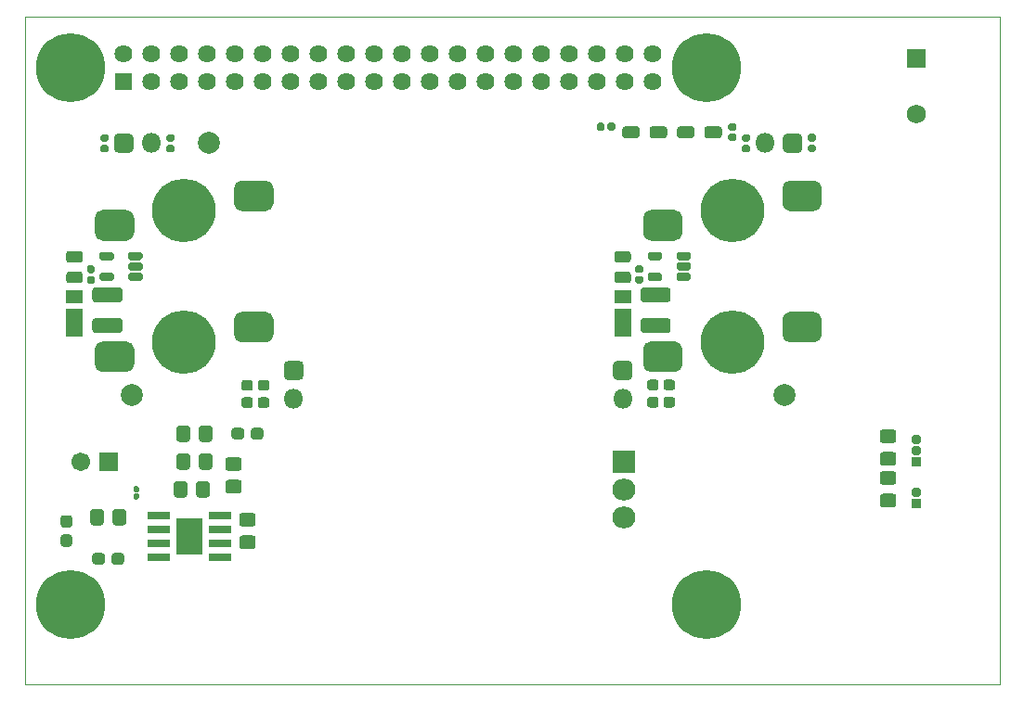
<source format=gbr>
%TF.GenerationSoftware,KiCad,Pcbnew,(5.1.6)-1*%
%TF.CreationDate,2020-10-25T21:11:49+03:00*%
%TF.ProjectId,ledboard,6c656462-6f61-4726-942e-6b696361645f,v0.4.0*%
%TF.SameCoordinates,Original*%
%TF.FileFunction,Soldermask,Top*%
%TF.FilePolarity,Negative*%
%FSLAX46Y46*%
G04 Gerber Fmt 4.6, Leading zero omitted, Abs format (unit mm)*
G04 Created by KiCad (PCBNEW (5.1.6)-1) date 2020-10-25 21:11:49*
%MOMM*%
%LPD*%
G01*
G04 APERTURE LIST*
%TA.AperFunction,Profile*%
%ADD10C,0.050000*%
%TD*%
%ADD11C,1.751600*%
%ADD12R,1.751600X1.751600*%
%ADD13C,6.301600*%
%ADD14R,1.625600X1.625600*%
%ADD15C,1.625600*%
%ADD16O,2.101600X2.006600*%
%ADD17R,2.101600X2.006600*%
%ADD18O,0.951600X0.951600*%
%ADD19R,0.951600X0.951600*%
%ADD20R,1.306600X1.651600*%
%ADD21R,2.011600X0.711600*%
%ADD22C,1.701600*%
%ADD23R,1.701600X1.701600*%
%ADD24C,2.000000*%
%ADD25C,5.801600*%
%ADD26R,1.601600X2.501600*%
%ADD27R,1.601600X1.151600*%
%ADD28O,1.801600X1.801600*%
G04 APERTURE END LIST*
D10*
X119360000Y-91630000D02*
X119360000Y-30670000D01*
X30460000Y-91630000D02*
X119360000Y-91630000D01*
X30460000Y-30670000D02*
X30460000Y-91630000D01*
X119360000Y-30670000D02*
X30460000Y-30670000D01*
D11*
%TO.C,J8*%
X111740000Y-39560000D03*
D12*
X111740000Y-34480000D03*
%TD*%
D13*
%TO.C,U4*%
X34640000Y-84380000D03*
X92640000Y-84380000D03*
X92640000Y-35380000D03*
X34640000Y-35380000D03*
D14*
X39510000Y-36650000D03*
D15*
X42050000Y-36650000D03*
X44590000Y-36650000D03*
X47130000Y-36650000D03*
X49670000Y-36650000D03*
X52210000Y-36650000D03*
X39510000Y-34110000D03*
X42050000Y-34110000D03*
X44590000Y-34110000D03*
X47130000Y-34110000D03*
X49670000Y-34110000D03*
X52210000Y-34110000D03*
X54750000Y-36650000D03*
X54750000Y-34110000D03*
X57290000Y-36650000D03*
X59830000Y-36650000D03*
X62370000Y-36650000D03*
X64910000Y-36650000D03*
X67450000Y-36650000D03*
X69990000Y-36650000D03*
X57290000Y-34110000D03*
X59830000Y-34110000D03*
X62370000Y-34110000D03*
X64910000Y-34110000D03*
X67450000Y-34110000D03*
X69990000Y-34110000D03*
X72530000Y-36650000D03*
X72530000Y-34110000D03*
X75070000Y-36650000D03*
X77610000Y-36650000D03*
X80150000Y-36650000D03*
X82690000Y-36650000D03*
X85230000Y-36650000D03*
X87770000Y-36650000D03*
X75070000Y-34110000D03*
X77610000Y-34110000D03*
X80150000Y-34110000D03*
X82690000Y-34110000D03*
X85230000Y-34110000D03*
X87770000Y-34110000D03*
%TD*%
%TO.C,R13*%
G36*
G01*
X108721286Y-70439200D02*
X109678714Y-70439200D01*
G75*
G02*
X109950800Y-70711286I0J-272086D01*
G01*
X109950800Y-71418714D01*
G75*
G02*
X109678714Y-71690800I-272086J0D01*
G01*
X108721286Y-71690800D01*
G75*
G02*
X108449200Y-71418714I0J272086D01*
G01*
X108449200Y-70711286D01*
G75*
G02*
X108721286Y-70439200I272086J0D01*
G01*
G37*
G36*
G01*
X108721286Y-68389200D02*
X109678714Y-68389200D01*
G75*
G02*
X109950800Y-68661286I0J-272086D01*
G01*
X109950800Y-69368714D01*
G75*
G02*
X109678714Y-69640800I-272086J0D01*
G01*
X108721286Y-69640800D01*
G75*
G02*
X108449200Y-69368714I0J272086D01*
G01*
X108449200Y-68661286D01*
G75*
G02*
X108721286Y-68389200I272086J0D01*
G01*
G37*
%TD*%
%TO.C,R12*%
G36*
G01*
X109678714Y-73450800D02*
X108721286Y-73450800D01*
G75*
G02*
X108449200Y-73178714I0J272086D01*
G01*
X108449200Y-72471286D01*
G75*
G02*
X108721286Y-72199200I272086J0D01*
G01*
X109678714Y-72199200D01*
G75*
G02*
X109950800Y-72471286I0J-272086D01*
G01*
X109950800Y-73178714D01*
G75*
G02*
X109678714Y-73450800I-272086J0D01*
G01*
G37*
G36*
G01*
X109678714Y-75500800D02*
X108721286Y-75500800D01*
G75*
G02*
X108449200Y-75228714I0J272086D01*
G01*
X108449200Y-74521286D01*
G75*
G02*
X108721286Y-74249200I272086J0D01*
G01*
X109678714Y-74249200D01*
G75*
G02*
X109950800Y-74521286I0J-272086D01*
G01*
X109950800Y-75228714D01*
G75*
G02*
X109678714Y-75500800I-272086J0D01*
G01*
G37*
%TD*%
D16*
%TO.C,M1*%
X85070000Y-76390000D03*
X85070000Y-73850000D03*
D17*
X85070000Y-71310000D03*
%TD*%
D18*
%TO.C,J6*%
X111740000Y-74120000D03*
D19*
X111740000Y-75120000D03*
%TD*%
D20*
%TO.C,U3*%
X46062500Y-78930000D03*
X46062500Y-77380000D03*
X44857500Y-78930000D03*
X44857500Y-77380000D03*
D21*
X42680000Y-80060000D03*
X42680000Y-78790000D03*
X42680000Y-77520000D03*
X42680000Y-76250000D03*
X48240000Y-76250000D03*
X48240000Y-77520000D03*
X48240000Y-78790000D03*
X48240000Y-80060000D03*
%TD*%
%TO.C,R11*%
G36*
G01*
X38379200Y-80462900D02*
X38379200Y-79937100D01*
G75*
G02*
X38642100Y-79674200I262900J0D01*
G01*
X39267900Y-79674200D01*
G75*
G02*
X39530800Y-79937100I0J-262900D01*
G01*
X39530800Y-80462900D01*
G75*
G02*
X39267900Y-80725800I-262900J0D01*
G01*
X38642100Y-80725800D01*
G75*
G02*
X38379200Y-80462900I0J262900D01*
G01*
G37*
G36*
G01*
X36629200Y-80462900D02*
X36629200Y-79937100D01*
G75*
G02*
X36892100Y-79674200I262900J0D01*
G01*
X37517900Y-79674200D01*
G75*
G02*
X37780800Y-79937100I0J-262900D01*
G01*
X37780800Y-80462900D01*
G75*
G02*
X37517900Y-80725800I-262900J0D01*
G01*
X36892100Y-80725800D01*
G75*
G02*
X36629200Y-80462900I0J262900D01*
G01*
G37*
%TD*%
%TO.C,R10*%
G36*
G01*
X34007100Y-77959200D02*
X34532900Y-77959200D01*
G75*
G02*
X34795800Y-78222100I0J-262900D01*
G01*
X34795800Y-78847900D01*
G75*
G02*
X34532900Y-79110800I-262900J0D01*
G01*
X34007100Y-79110800D01*
G75*
G02*
X33744200Y-78847900I0J262900D01*
G01*
X33744200Y-78222100D01*
G75*
G02*
X34007100Y-77959200I262900J0D01*
G01*
G37*
G36*
G01*
X34007100Y-76209200D02*
X34532900Y-76209200D01*
G75*
G02*
X34795800Y-76472100I0J-262900D01*
G01*
X34795800Y-77097900D01*
G75*
G02*
X34532900Y-77360800I-262900J0D01*
G01*
X34007100Y-77360800D01*
G75*
G02*
X33744200Y-77097900I0J262900D01*
G01*
X33744200Y-76472100D01*
G75*
G02*
X34007100Y-76209200I262900J0D01*
G01*
G37*
%TD*%
%TO.C,R9*%
G36*
G01*
X45300800Y-73371286D02*
X45300800Y-74328714D01*
G75*
G02*
X45028714Y-74600800I-272086J0D01*
G01*
X44321286Y-74600800D01*
G75*
G02*
X44049200Y-74328714I0J272086D01*
G01*
X44049200Y-73371286D01*
G75*
G02*
X44321286Y-73099200I272086J0D01*
G01*
X45028714Y-73099200D01*
G75*
G02*
X45300800Y-73371286I0J-272086D01*
G01*
G37*
G36*
G01*
X47350800Y-73371286D02*
X47350800Y-74328714D01*
G75*
G02*
X47078714Y-74600800I-272086J0D01*
G01*
X46371286Y-74600800D01*
G75*
G02*
X46099200Y-74328714I0J272086D01*
G01*
X46099200Y-73371286D01*
G75*
G02*
X46371286Y-73099200I272086J0D01*
G01*
X47078714Y-73099200D01*
G75*
G02*
X47350800Y-73371286I0J-272086D01*
G01*
G37*
%TD*%
%TO.C,L3*%
G36*
G01*
X40494600Y-74209200D02*
X40745400Y-74209200D01*
G75*
G02*
X40870800Y-74334600I0J-125400D01*
G01*
X40870800Y-74645400D01*
G75*
G02*
X40745400Y-74770800I-125400J0D01*
G01*
X40494600Y-74770800D01*
G75*
G02*
X40369200Y-74645400I0J125400D01*
G01*
X40369200Y-74334600D01*
G75*
G02*
X40494600Y-74209200I125400J0D01*
G01*
G37*
G36*
G01*
X40494600Y-73569200D02*
X40745400Y-73569200D01*
G75*
G02*
X40870800Y-73694600I0J-125400D01*
G01*
X40870800Y-74005400D01*
G75*
G02*
X40745400Y-74130800I-125400J0D01*
G01*
X40494600Y-74130800D01*
G75*
G02*
X40369200Y-74005400I0J125400D01*
G01*
X40369200Y-73694600D01*
G75*
G02*
X40494600Y-73569200I125400J0D01*
G01*
G37*
%TD*%
D18*
%TO.C,J5*%
X111740000Y-69310000D03*
X111740000Y-70310000D03*
D19*
X111740000Y-71310000D03*
%TD*%
%TO.C,D9*%
G36*
G01*
X51079200Y-69032900D02*
X51079200Y-68507100D01*
G75*
G02*
X51342100Y-68244200I262900J0D01*
G01*
X51967900Y-68244200D01*
G75*
G02*
X52230800Y-68507100I0J-262900D01*
G01*
X52230800Y-69032900D01*
G75*
G02*
X51967900Y-69295800I-262900J0D01*
G01*
X51342100Y-69295800D01*
G75*
G02*
X51079200Y-69032900I0J262900D01*
G01*
G37*
G36*
G01*
X49329200Y-69032900D02*
X49329200Y-68507100D01*
G75*
G02*
X49592100Y-68244200I262900J0D01*
G01*
X50217900Y-68244200D01*
G75*
G02*
X50480800Y-68507100I0J-262900D01*
G01*
X50480800Y-69032900D01*
G75*
G02*
X50217900Y-69295800I-262900J0D01*
G01*
X49592100Y-69295800D01*
G75*
G02*
X49329200Y-69032900I0J262900D01*
G01*
G37*
%TD*%
D22*
%TO.C,C12*%
X35580000Y-71310000D03*
D23*
X38080000Y-71310000D03*
%TD*%
%TO.C,C11*%
G36*
G01*
X50301286Y-78059200D02*
X51258714Y-78059200D01*
G75*
G02*
X51530800Y-78331286I0J-272086D01*
G01*
X51530800Y-79038714D01*
G75*
G02*
X51258714Y-79310800I-272086J0D01*
G01*
X50301286Y-79310800D01*
G75*
G02*
X50029200Y-79038714I0J272086D01*
G01*
X50029200Y-78331286D01*
G75*
G02*
X50301286Y-78059200I272086J0D01*
G01*
G37*
G36*
G01*
X50301286Y-76009200D02*
X51258714Y-76009200D01*
G75*
G02*
X51530800Y-76281286I0J-272086D01*
G01*
X51530800Y-76988714D01*
G75*
G02*
X51258714Y-77260800I-272086J0D01*
G01*
X50301286Y-77260800D01*
G75*
G02*
X50029200Y-76988714I0J272086D01*
G01*
X50029200Y-76281286D01*
G75*
G02*
X50301286Y-76009200I272086J0D01*
G01*
G37*
%TD*%
%TO.C,C10*%
G36*
G01*
X37680800Y-75911286D02*
X37680800Y-76868714D01*
G75*
G02*
X37408714Y-77140800I-272086J0D01*
G01*
X36701286Y-77140800D01*
G75*
G02*
X36429200Y-76868714I0J272086D01*
G01*
X36429200Y-75911286D01*
G75*
G02*
X36701286Y-75639200I272086J0D01*
G01*
X37408714Y-75639200D01*
G75*
G02*
X37680800Y-75911286I0J-272086D01*
G01*
G37*
G36*
G01*
X39730800Y-75911286D02*
X39730800Y-76868714D01*
G75*
G02*
X39458714Y-77140800I-272086J0D01*
G01*
X38751286Y-77140800D01*
G75*
G02*
X38479200Y-76868714I0J272086D01*
G01*
X38479200Y-75911286D01*
G75*
G02*
X38751286Y-75639200I272086J0D01*
G01*
X39458714Y-75639200D01*
G75*
G02*
X39730800Y-75911286I0J-272086D01*
G01*
G37*
%TD*%
%TO.C,C9*%
G36*
G01*
X45545800Y-70831286D02*
X45545800Y-71788714D01*
G75*
G02*
X45273714Y-72060800I-272086J0D01*
G01*
X44566286Y-72060800D01*
G75*
G02*
X44294200Y-71788714I0J272086D01*
G01*
X44294200Y-70831286D01*
G75*
G02*
X44566286Y-70559200I272086J0D01*
G01*
X45273714Y-70559200D01*
G75*
G02*
X45545800Y-70831286I0J-272086D01*
G01*
G37*
G36*
G01*
X47595800Y-70831286D02*
X47595800Y-71788714D01*
G75*
G02*
X47323714Y-72060800I-272086J0D01*
G01*
X46616286Y-72060800D01*
G75*
G02*
X46344200Y-71788714I0J272086D01*
G01*
X46344200Y-70831286D01*
G75*
G02*
X46616286Y-70559200I272086J0D01*
G01*
X47323714Y-70559200D01*
G75*
G02*
X47595800Y-70831286I0J-272086D01*
G01*
G37*
%TD*%
%TO.C,C8*%
G36*
G01*
X49031286Y-72979200D02*
X49988714Y-72979200D01*
G75*
G02*
X50260800Y-73251286I0J-272086D01*
G01*
X50260800Y-73958714D01*
G75*
G02*
X49988714Y-74230800I-272086J0D01*
G01*
X49031286Y-74230800D01*
G75*
G02*
X48759200Y-73958714I0J272086D01*
G01*
X48759200Y-73251286D01*
G75*
G02*
X49031286Y-72979200I272086J0D01*
G01*
G37*
G36*
G01*
X49031286Y-70929200D02*
X49988714Y-70929200D01*
G75*
G02*
X50260800Y-71201286I0J-272086D01*
G01*
X50260800Y-71908714D01*
G75*
G02*
X49988714Y-72180800I-272086J0D01*
G01*
X49031286Y-72180800D01*
G75*
G02*
X48759200Y-71908714I0J272086D01*
G01*
X48759200Y-71201286D01*
G75*
G02*
X49031286Y-70929200I272086J0D01*
G01*
G37*
%TD*%
%TO.C,C7*%
G36*
G01*
X45545800Y-68291286D02*
X45545800Y-69248714D01*
G75*
G02*
X45273714Y-69520800I-272086J0D01*
G01*
X44566286Y-69520800D01*
G75*
G02*
X44294200Y-69248714I0J272086D01*
G01*
X44294200Y-68291286D01*
G75*
G02*
X44566286Y-68019200I272086J0D01*
G01*
X45273714Y-68019200D01*
G75*
G02*
X45545800Y-68291286I0J-272086D01*
G01*
G37*
G36*
G01*
X47595800Y-68291286D02*
X47595800Y-69248714D01*
G75*
G02*
X47323714Y-69520800I-272086J0D01*
G01*
X46616286Y-69520800D01*
G75*
G02*
X46344200Y-69248714I0J272086D01*
G01*
X46344200Y-68291286D01*
G75*
G02*
X46616286Y-68019200I272086J0D01*
G01*
X47323714Y-68019200D01*
G75*
G02*
X47595800Y-68291286I0J-272086D01*
G01*
G37*
%TD*%
%TO.C,D7*%
G36*
G01*
X87449200Y-41525400D02*
X87449200Y-40974600D01*
G75*
G02*
X87724600Y-40699200I275400J0D01*
G01*
X88775400Y-40699200D01*
G75*
G02*
X89050800Y-40974600I0J-275400D01*
G01*
X89050800Y-41525400D01*
G75*
G02*
X88775400Y-41800800I-275400J0D01*
G01*
X87724600Y-41800800D01*
G75*
G02*
X87449200Y-41525400I0J275400D01*
G01*
G37*
G36*
G01*
X84949200Y-41525400D02*
X84949200Y-40974600D01*
G75*
G02*
X85224600Y-40699200I275400J0D01*
G01*
X86275400Y-40699200D01*
G75*
G02*
X86550800Y-40974600I0J-275400D01*
G01*
X86550800Y-41525400D01*
G75*
G02*
X86275400Y-41800800I-275400J0D01*
G01*
X85224600Y-41800800D01*
G75*
G02*
X84949200Y-41525400I0J275400D01*
G01*
G37*
%TD*%
%TO.C,D8*%
G36*
G01*
X92449200Y-41525400D02*
X92449200Y-40974600D01*
G75*
G02*
X92724600Y-40699200I275400J0D01*
G01*
X93775400Y-40699200D01*
G75*
G02*
X94050800Y-40974600I0J-275400D01*
G01*
X94050800Y-41525400D01*
G75*
G02*
X93775400Y-41800800I-275400J0D01*
G01*
X92724600Y-41800800D01*
G75*
G02*
X92449200Y-41525400I0J275400D01*
G01*
G37*
G36*
G01*
X89949200Y-41525400D02*
X89949200Y-40974600D01*
G75*
G02*
X90224600Y-40699200I275400J0D01*
G01*
X91275400Y-40699200D01*
G75*
G02*
X91550800Y-40974600I0J-275400D01*
G01*
X91550800Y-41525400D01*
G75*
G02*
X91275400Y-41800800I-275400J0D01*
G01*
X90224600Y-41800800D01*
G75*
G02*
X89949200Y-41525400I0J275400D01*
G01*
G37*
%TD*%
D24*
%TO.C,FID2*%
X40250000Y-65250000D03*
%TD*%
%TO.C,FID3*%
X99750000Y-65250000D03*
%TD*%
%TO.C,FID1*%
X47250000Y-42250000D03*
%TD*%
%TO.C,D2*%
G36*
G01*
X40450800Y-49049600D02*
X40450800Y-50450400D01*
G75*
G02*
X39750400Y-51150800I-700400J0D01*
G01*
X37549600Y-51150800D01*
G75*
G02*
X36849200Y-50450400I0J700400D01*
G01*
X36849200Y-49049600D01*
G75*
G02*
X37549600Y-48349200I700400J0D01*
G01*
X39750400Y-48349200D01*
G75*
G02*
X40450800Y-49049600I0J-700400D01*
G01*
G37*
G36*
G01*
X53150800Y-46349600D02*
X53150800Y-47750400D01*
G75*
G02*
X52450400Y-48450800I-700400J0D01*
G01*
X50249600Y-48450800D01*
G75*
G02*
X49549200Y-47750400I0J700400D01*
G01*
X49549200Y-46349600D01*
G75*
G02*
X50249600Y-45649200I700400J0D01*
G01*
X52450400Y-45649200D01*
G75*
G02*
X53150800Y-46349600I0J-700400D01*
G01*
G37*
D25*
X45000000Y-48400000D03*
%TD*%
%TO.C,D3*%
G36*
G01*
X49549200Y-59750400D02*
X49549200Y-58349600D01*
G75*
G02*
X50249600Y-57649200I700400J0D01*
G01*
X52450400Y-57649200D01*
G75*
G02*
X53150800Y-58349600I0J-700400D01*
G01*
X53150800Y-59750400D01*
G75*
G02*
X52450400Y-60450800I-700400J0D01*
G01*
X50249600Y-60450800D01*
G75*
G02*
X49549200Y-59750400I0J700400D01*
G01*
G37*
G36*
G01*
X36849200Y-62450400D02*
X36849200Y-61049600D01*
G75*
G02*
X37549600Y-60349200I700400J0D01*
G01*
X39750400Y-60349200D01*
G75*
G02*
X40450800Y-61049600I0J-700400D01*
G01*
X40450800Y-62450400D01*
G75*
G02*
X39750400Y-63150800I-700400J0D01*
G01*
X37549600Y-63150800D01*
G75*
G02*
X36849200Y-62450400I0J700400D01*
G01*
G37*
X45000000Y-60400000D03*
%TD*%
%TO.C,D5*%
G36*
G01*
X90450800Y-49049600D02*
X90450800Y-50450400D01*
G75*
G02*
X89750400Y-51150800I-700400J0D01*
G01*
X87549600Y-51150800D01*
G75*
G02*
X86849200Y-50450400I0J700400D01*
G01*
X86849200Y-49049600D01*
G75*
G02*
X87549600Y-48349200I700400J0D01*
G01*
X89750400Y-48349200D01*
G75*
G02*
X90450800Y-49049600I0J-700400D01*
G01*
G37*
G36*
G01*
X103150800Y-46349600D02*
X103150800Y-47750400D01*
G75*
G02*
X102450400Y-48450800I-700400J0D01*
G01*
X100249600Y-48450800D01*
G75*
G02*
X99549200Y-47750400I0J700400D01*
G01*
X99549200Y-46349600D01*
G75*
G02*
X100249600Y-45649200I700400J0D01*
G01*
X102450400Y-45649200D01*
G75*
G02*
X103150800Y-46349600I0J-700400D01*
G01*
G37*
X95000000Y-48400000D03*
%TD*%
%TO.C,D6*%
G36*
G01*
X99549200Y-59750400D02*
X99549200Y-58349600D01*
G75*
G02*
X100249600Y-57649200I700400J0D01*
G01*
X102450400Y-57649200D01*
G75*
G02*
X103150800Y-58349600I0J-700400D01*
G01*
X103150800Y-59750400D01*
G75*
G02*
X102450400Y-60450800I-700400J0D01*
G01*
X100249600Y-60450800D01*
G75*
G02*
X99549200Y-59750400I0J700400D01*
G01*
G37*
G36*
G01*
X86849200Y-62450400D02*
X86849200Y-61049600D01*
G75*
G02*
X87549600Y-60349200I700400J0D01*
G01*
X89750400Y-60349200D01*
G75*
G02*
X90450800Y-61049600I0J-700400D01*
G01*
X90450800Y-62450400D01*
G75*
G02*
X89750400Y-63150800I-700400J0D01*
G01*
X87549600Y-63150800D01*
G75*
G02*
X86849200Y-62450400I0J700400D01*
G01*
G37*
X95000000Y-60400000D03*
%TD*%
%TO.C,R6*%
G36*
G01*
X37552100Y-41434200D02*
X37947900Y-41434200D01*
G75*
G02*
X38120800Y-41607100I0J-172900D01*
G01*
X38120800Y-41952900D01*
G75*
G02*
X37947900Y-42125800I-172900J0D01*
G01*
X37552100Y-42125800D01*
G75*
G02*
X37379200Y-41952900I0J172900D01*
G01*
X37379200Y-41607100D01*
G75*
G02*
X37552100Y-41434200I172900J0D01*
G01*
G37*
G36*
G01*
X37552100Y-42404200D02*
X37947900Y-42404200D01*
G75*
G02*
X38120800Y-42577100I0J-172900D01*
G01*
X38120800Y-42922900D01*
G75*
G02*
X37947900Y-43095800I-172900J0D01*
G01*
X37552100Y-43095800D01*
G75*
G02*
X37379200Y-42922900I0J172900D01*
G01*
X37379200Y-42577100D01*
G75*
G02*
X37552100Y-42404200I172900J0D01*
G01*
G37*
%TD*%
%TO.C,R5*%
G36*
G01*
X43552100Y-42404200D02*
X43947900Y-42404200D01*
G75*
G02*
X44120800Y-42577100I0J-172900D01*
G01*
X44120800Y-42922900D01*
G75*
G02*
X43947900Y-43095800I-172900J0D01*
G01*
X43552100Y-43095800D01*
G75*
G02*
X43379200Y-42922900I0J172900D01*
G01*
X43379200Y-42577100D01*
G75*
G02*
X43552100Y-42404200I172900J0D01*
G01*
G37*
G36*
G01*
X43552100Y-41434200D02*
X43947900Y-41434200D01*
G75*
G02*
X44120800Y-41607100I0J-172900D01*
G01*
X44120800Y-41952900D01*
G75*
G02*
X43947900Y-42125800I-172900J0D01*
G01*
X43552100Y-42125800D01*
G75*
G02*
X43379200Y-41952900I0J172900D01*
G01*
X43379200Y-41607100D01*
G75*
G02*
X43552100Y-41434200I172900J0D01*
G01*
G37*
%TD*%
%TO.C,C1*%
G36*
G01*
X50468350Y-63874200D02*
X51031650Y-63874200D01*
G75*
G02*
X51275800Y-64118350I0J-244150D01*
G01*
X51275800Y-64606650D01*
G75*
G02*
X51031650Y-64850800I-244150J0D01*
G01*
X50468350Y-64850800D01*
G75*
G02*
X50224200Y-64606650I0J244150D01*
G01*
X50224200Y-64118350D01*
G75*
G02*
X50468350Y-63874200I244150J0D01*
G01*
G37*
G36*
G01*
X50468350Y-65449200D02*
X51031650Y-65449200D01*
G75*
G02*
X51275800Y-65693350I0J-244150D01*
G01*
X51275800Y-66181650D01*
G75*
G02*
X51031650Y-66425800I-244150J0D01*
G01*
X50468350Y-66425800D01*
G75*
G02*
X50224200Y-66181650I0J244150D01*
G01*
X50224200Y-65693350D01*
G75*
G02*
X50468350Y-65449200I244150J0D01*
G01*
G37*
%TD*%
%TO.C,C2*%
G36*
G01*
X87468350Y-65411700D02*
X88031650Y-65411700D01*
G75*
G02*
X88275800Y-65655850I0J-244150D01*
G01*
X88275800Y-66144150D01*
G75*
G02*
X88031650Y-66388300I-244150J0D01*
G01*
X87468350Y-66388300D01*
G75*
G02*
X87224200Y-66144150I0J244150D01*
G01*
X87224200Y-65655850D01*
G75*
G02*
X87468350Y-65411700I244150J0D01*
G01*
G37*
G36*
G01*
X87468350Y-63836700D02*
X88031650Y-63836700D01*
G75*
G02*
X88275800Y-64080850I0J-244150D01*
G01*
X88275800Y-64569150D01*
G75*
G02*
X88031650Y-64813300I-244150J0D01*
G01*
X87468350Y-64813300D01*
G75*
G02*
X87224200Y-64569150I0J244150D01*
G01*
X87224200Y-64080850D01*
G75*
G02*
X87468350Y-63836700I244150J0D01*
G01*
G37*
%TD*%
%TO.C,L1*%
G36*
G01*
X39105480Y-59575800D02*
X36894520Y-59575800D01*
G75*
G02*
X36624200Y-59305480I0J270320D01*
G01*
X36624200Y-58494520D01*
G75*
G02*
X36894520Y-58224200I270320J0D01*
G01*
X39105480Y-58224200D01*
G75*
G02*
X39375800Y-58494520I0J-270320D01*
G01*
X39375800Y-59305480D01*
G75*
G02*
X39105480Y-59575800I-270320J0D01*
G01*
G37*
G36*
G01*
X39105480Y-56775800D02*
X36894520Y-56775800D01*
G75*
G02*
X36624200Y-56505480I0J270320D01*
G01*
X36624200Y-55694520D01*
G75*
G02*
X36894520Y-55424200I270320J0D01*
G01*
X39105480Y-55424200D01*
G75*
G02*
X39375800Y-55694520I0J-270320D01*
G01*
X39375800Y-56505480D01*
G75*
G02*
X39105480Y-56775800I-270320J0D01*
G01*
G37*
%TD*%
%TO.C,L2*%
G36*
G01*
X89105480Y-56775800D02*
X86894520Y-56775800D01*
G75*
G02*
X86624200Y-56505480I0J270320D01*
G01*
X86624200Y-55694520D01*
G75*
G02*
X86894520Y-55424200I270320J0D01*
G01*
X89105480Y-55424200D01*
G75*
G02*
X89375800Y-55694520I0J-270320D01*
G01*
X89375800Y-56505480D01*
G75*
G02*
X89105480Y-56775800I-270320J0D01*
G01*
G37*
G36*
G01*
X89105480Y-59575800D02*
X86894520Y-59575800D01*
G75*
G02*
X86624200Y-59305480I0J270320D01*
G01*
X86624200Y-58494520D01*
G75*
G02*
X86894520Y-58224200I270320J0D01*
G01*
X89105480Y-58224200D01*
G75*
G02*
X89375800Y-58494520I0J-270320D01*
G01*
X89375800Y-59305480D01*
G75*
G02*
X89105480Y-59575800I-270320J0D01*
G01*
G37*
%TD*%
%TO.C,R7*%
G36*
G01*
X102052100Y-41404200D02*
X102447900Y-41404200D01*
G75*
G02*
X102620800Y-41577100I0J-172900D01*
G01*
X102620800Y-41922900D01*
G75*
G02*
X102447900Y-42095800I-172900J0D01*
G01*
X102052100Y-42095800D01*
G75*
G02*
X101879200Y-41922900I0J172900D01*
G01*
X101879200Y-41577100D01*
G75*
G02*
X102052100Y-41404200I172900J0D01*
G01*
G37*
G36*
G01*
X102052100Y-42374200D02*
X102447900Y-42374200D01*
G75*
G02*
X102620800Y-42547100I0J-172900D01*
G01*
X102620800Y-42892900D01*
G75*
G02*
X102447900Y-43065800I-172900J0D01*
G01*
X102052100Y-43065800D01*
G75*
G02*
X101879200Y-42892900I0J172900D01*
G01*
X101879200Y-42547100D01*
G75*
G02*
X102052100Y-42374200I172900J0D01*
G01*
G37*
%TD*%
%TO.C,R8*%
G36*
G01*
X96052100Y-41434200D02*
X96447900Y-41434200D01*
G75*
G02*
X96620800Y-41607100I0J-172900D01*
G01*
X96620800Y-41952900D01*
G75*
G02*
X96447900Y-42125800I-172900J0D01*
G01*
X96052100Y-42125800D01*
G75*
G02*
X95879200Y-41952900I0J172900D01*
G01*
X95879200Y-41607100D01*
G75*
G02*
X96052100Y-41434200I172900J0D01*
G01*
G37*
G36*
G01*
X96052100Y-42404200D02*
X96447900Y-42404200D01*
G75*
G02*
X96620800Y-42577100I0J-172900D01*
G01*
X96620800Y-42922900D01*
G75*
G02*
X96447900Y-43095800I-172900J0D01*
G01*
X96052100Y-43095800D01*
G75*
G02*
X95879200Y-42922900I0J172900D01*
G01*
X95879200Y-42577100D01*
G75*
G02*
X96052100Y-42404200I172900J0D01*
G01*
G37*
%TD*%
%TO.C,R3*%
G36*
G01*
X83624200Y-40947900D02*
X83624200Y-40552100D01*
G75*
G02*
X83797100Y-40379200I172900J0D01*
G01*
X84142900Y-40379200D01*
G75*
G02*
X84315800Y-40552100I0J-172900D01*
G01*
X84315800Y-40947900D01*
G75*
G02*
X84142900Y-41120800I-172900J0D01*
G01*
X83797100Y-41120800D01*
G75*
G02*
X83624200Y-40947900I0J172900D01*
G01*
G37*
G36*
G01*
X82654200Y-40947900D02*
X82654200Y-40552100D01*
G75*
G02*
X82827100Y-40379200I172900J0D01*
G01*
X83172900Y-40379200D01*
G75*
G02*
X83345800Y-40552100I0J-172900D01*
G01*
X83345800Y-40947900D01*
G75*
G02*
X83172900Y-41120800I-172900J0D01*
G01*
X82827100Y-41120800D01*
G75*
G02*
X82654200Y-40947900I0J172900D01*
G01*
G37*
%TD*%
%TO.C,R4*%
G36*
G01*
X94802100Y-40404200D02*
X95197900Y-40404200D01*
G75*
G02*
X95370800Y-40577100I0J-172900D01*
G01*
X95370800Y-40922900D01*
G75*
G02*
X95197900Y-41095800I-172900J0D01*
G01*
X94802100Y-41095800D01*
G75*
G02*
X94629200Y-40922900I0J172900D01*
G01*
X94629200Y-40577100D01*
G75*
G02*
X94802100Y-40404200I172900J0D01*
G01*
G37*
G36*
G01*
X94802100Y-41374200D02*
X95197900Y-41374200D01*
G75*
G02*
X95370800Y-41547100I0J-172900D01*
G01*
X95370800Y-41892900D01*
G75*
G02*
X95197900Y-42065800I-172900J0D01*
G01*
X94802100Y-42065800D01*
G75*
G02*
X94629200Y-41892900I0J172900D01*
G01*
X94629200Y-41547100D01*
G75*
G02*
X94802100Y-41374200I172900J0D01*
G01*
G37*
%TD*%
%TO.C,U1*%
G36*
G01*
X38600800Y-54262100D02*
X38600800Y-54637900D01*
G75*
G02*
X38412900Y-54825800I-187900J0D01*
G01*
X37467100Y-54825800D01*
G75*
G02*
X37279200Y-54637900I0J187900D01*
G01*
X37279200Y-54262100D01*
G75*
G02*
X37467100Y-54074200I187900J0D01*
G01*
X38412900Y-54074200D01*
G75*
G02*
X38600800Y-54262100I0J-187900D01*
G01*
G37*
G36*
G01*
X38600800Y-52362100D02*
X38600800Y-52737900D01*
G75*
G02*
X38412900Y-52925800I-187900J0D01*
G01*
X37467100Y-52925800D01*
G75*
G02*
X37279200Y-52737900I0J187900D01*
G01*
X37279200Y-52362100D01*
G75*
G02*
X37467100Y-52174200I187900J0D01*
G01*
X38412900Y-52174200D01*
G75*
G02*
X38600800Y-52362100I0J-187900D01*
G01*
G37*
G36*
G01*
X41220800Y-52362100D02*
X41220800Y-52737900D01*
G75*
G02*
X41032900Y-52925800I-187900J0D01*
G01*
X40087100Y-52925800D01*
G75*
G02*
X39899200Y-52737900I0J187900D01*
G01*
X39899200Y-52362100D01*
G75*
G02*
X40087100Y-52174200I187900J0D01*
G01*
X41032900Y-52174200D01*
G75*
G02*
X41220800Y-52362100I0J-187900D01*
G01*
G37*
G36*
G01*
X41220800Y-53312100D02*
X41220800Y-53687900D01*
G75*
G02*
X41032900Y-53875800I-187900J0D01*
G01*
X40087100Y-53875800D01*
G75*
G02*
X39899200Y-53687900I0J187900D01*
G01*
X39899200Y-53312100D01*
G75*
G02*
X40087100Y-53124200I187900J0D01*
G01*
X41032900Y-53124200D01*
G75*
G02*
X41220800Y-53312100I0J-187900D01*
G01*
G37*
G36*
G01*
X41220800Y-54262100D02*
X41220800Y-54637900D01*
G75*
G02*
X41032900Y-54825800I-187900J0D01*
G01*
X40087100Y-54825800D01*
G75*
G02*
X39899200Y-54637900I0J187900D01*
G01*
X39899200Y-54262100D01*
G75*
G02*
X40087100Y-54074200I187900J0D01*
G01*
X41032900Y-54074200D01*
G75*
G02*
X41220800Y-54262100I0J-187900D01*
G01*
G37*
%TD*%
%TO.C,U2*%
G36*
G01*
X88600800Y-54262100D02*
X88600800Y-54637900D01*
G75*
G02*
X88412900Y-54825800I-187900J0D01*
G01*
X87467100Y-54825800D01*
G75*
G02*
X87279200Y-54637900I0J187900D01*
G01*
X87279200Y-54262100D01*
G75*
G02*
X87467100Y-54074200I187900J0D01*
G01*
X88412900Y-54074200D01*
G75*
G02*
X88600800Y-54262100I0J-187900D01*
G01*
G37*
G36*
G01*
X88600800Y-52362100D02*
X88600800Y-52737900D01*
G75*
G02*
X88412900Y-52925800I-187900J0D01*
G01*
X87467100Y-52925800D01*
G75*
G02*
X87279200Y-52737900I0J187900D01*
G01*
X87279200Y-52362100D01*
G75*
G02*
X87467100Y-52174200I187900J0D01*
G01*
X88412900Y-52174200D01*
G75*
G02*
X88600800Y-52362100I0J-187900D01*
G01*
G37*
G36*
G01*
X91220800Y-52362100D02*
X91220800Y-52737900D01*
G75*
G02*
X91032900Y-52925800I-187900J0D01*
G01*
X90087100Y-52925800D01*
G75*
G02*
X89899200Y-52737900I0J187900D01*
G01*
X89899200Y-52362100D01*
G75*
G02*
X90087100Y-52174200I187900J0D01*
G01*
X91032900Y-52174200D01*
G75*
G02*
X91220800Y-52362100I0J-187900D01*
G01*
G37*
G36*
G01*
X91220800Y-53312100D02*
X91220800Y-53687900D01*
G75*
G02*
X91032900Y-53875800I-187900J0D01*
G01*
X90087100Y-53875800D01*
G75*
G02*
X89899200Y-53687900I0J187900D01*
G01*
X89899200Y-53312100D01*
G75*
G02*
X90087100Y-53124200I187900J0D01*
G01*
X91032900Y-53124200D01*
G75*
G02*
X91220800Y-53312100I0J-187900D01*
G01*
G37*
G36*
G01*
X91220800Y-54262100D02*
X91220800Y-54637900D01*
G75*
G02*
X91032900Y-54825800I-187900J0D01*
G01*
X90087100Y-54825800D01*
G75*
G02*
X89899200Y-54637900I0J187900D01*
G01*
X89899200Y-54262100D01*
G75*
G02*
X90087100Y-54074200I187900J0D01*
G01*
X91032900Y-54074200D01*
G75*
G02*
X91220800Y-54262100I0J-187900D01*
G01*
G37*
%TD*%
%TO.C,C3*%
G36*
G01*
X36697900Y-54110800D02*
X36302100Y-54110800D01*
G75*
G02*
X36129200Y-53937900I0J172900D01*
G01*
X36129200Y-53592100D01*
G75*
G02*
X36302100Y-53419200I172900J0D01*
G01*
X36697900Y-53419200D01*
G75*
G02*
X36870800Y-53592100I0J-172900D01*
G01*
X36870800Y-53937900D01*
G75*
G02*
X36697900Y-54110800I-172900J0D01*
G01*
G37*
G36*
G01*
X36697900Y-55080800D02*
X36302100Y-55080800D01*
G75*
G02*
X36129200Y-54907900I0J172900D01*
G01*
X36129200Y-54562100D01*
G75*
G02*
X36302100Y-54389200I172900J0D01*
G01*
X36697900Y-54389200D01*
G75*
G02*
X36870800Y-54562100I0J-172900D01*
G01*
X36870800Y-54907900D01*
G75*
G02*
X36697900Y-55080800I-172900J0D01*
G01*
G37*
%TD*%
%TO.C,C4*%
G36*
G01*
X86697900Y-55065800D02*
X86302100Y-55065800D01*
G75*
G02*
X86129200Y-54892900I0J172900D01*
G01*
X86129200Y-54547100D01*
G75*
G02*
X86302100Y-54374200I172900J0D01*
G01*
X86697900Y-54374200D01*
G75*
G02*
X86870800Y-54547100I0J-172900D01*
G01*
X86870800Y-54892900D01*
G75*
G02*
X86697900Y-55065800I-172900J0D01*
G01*
G37*
G36*
G01*
X86697900Y-54095800D02*
X86302100Y-54095800D01*
G75*
G02*
X86129200Y-53922900I0J172900D01*
G01*
X86129200Y-53577100D01*
G75*
G02*
X86302100Y-53404200I172900J0D01*
G01*
X86697900Y-53404200D01*
G75*
G02*
X86870800Y-53577100I0J-172900D01*
G01*
X86870800Y-53922900D01*
G75*
G02*
X86697900Y-54095800I-172900J0D01*
G01*
G37*
%TD*%
D26*
%TO.C,D1*%
X35000000Y-58600000D03*
D27*
X35000000Y-56225000D03*
%TD*%
%TO.C,D4*%
X85000000Y-56225000D03*
D26*
X85000000Y-58600000D03*
%TD*%
%TO.C,J1*%
G36*
G01*
X39049600Y-41349200D02*
X39950400Y-41349200D01*
G75*
G02*
X40400800Y-41799600I0J-450400D01*
G01*
X40400800Y-42700400D01*
G75*
G02*
X39950400Y-43150800I-450400J0D01*
G01*
X39049600Y-43150800D01*
G75*
G02*
X38599200Y-42700400I0J450400D01*
G01*
X38599200Y-41799600D01*
G75*
G02*
X39049600Y-41349200I450400J0D01*
G01*
G37*
D28*
X42040000Y-42250000D03*
%TD*%
%TO.C,J2*%
G36*
G01*
X55900800Y-62549600D02*
X55900800Y-63450400D01*
G75*
G02*
X55450400Y-63900800I-450400J0D01*
G01*
X54549600Y-63900800D01*
G75*
G02*
X54099200Y-63450400I0J450400D01*
G01*
X54099200Y-62549600D01*
G75*
G02*
X54549600Y-62099200I450400J0D01*
G01*
X55450400Y-62099200D01*
G75*
G02*
X55900800Y-62549600I0J-450400D01*
G01*
G37*
X55000000Y-65540000D03*
%TD*%
%TO.C,J3*%
X97960000Y-42250000D03*
G36*
G01*
X100950400Y-43150800D02*
X100049600Y-43150800D01*
G75*
G02*
X99599200Y-42700400I0J450400D01*
G01*
X99599200Y-41799600D01*
G75*
G02*
X100049600Y-41349200I450400J0D01*
G01*
X100950400Y-41349200D01*
G75*
G02*
X101400800Y-41799600I0J-450400D01*
G01*
X101400800Y-42700400D01*
G75*
G02*
X100950400Y-43150800I-450400J0D01*
G01*
G37*
%TD*%
%TO.C,J4*%
X85000000Y-65540000D03*
G36*
G01*
X85900800Y-62549600D02*
X85900800Y-63450400D01*
G75*
G02*
X85450400Y-63900800I-450400J0D01*
G01*
X84549600Y-63900800D01*
G75*
G02*
X84099200Y-63450400I0J450400D01*
G01*
X84099200Y-62549600D01*
G75*
G02*
X84549600Y-62099200I450400J0D01*
G01*
X85450400Y-62099200D01*
G75*
G02*
X85900800Y-62549600I0J-450400D01*
G01*
G37*
%TD*%
%TO.C,R1*%
G36*
G01*
X34518350Y-52086700D02*
X35481650Y-52086700D01*
G75*
G02*
X35750800Y-52355850I0J-269150D01*
G01*
X35750800Y-52894150D01*
G75*
G02*
X35481650Y-53163300I-269150J0D01*
G01*
X34518350Y-53163300D01*
G75*
G02*
X34249200Y-52894150I0J269150D01*
G01*
X34249200Y-52355850D01*
G75*
G02*
X34518350Y-52086700I269150J0D01*
G01*
G37*
G36*
G01*
X34518350Y-53961700D02*
X35481650Y-53961700D01*
G75*
G02*
X35750800Y-54230850I0J-269150D01*
G01*
X35750800Y-54769150D01*
G75*
G02*
X35481650Y-55038300I-269150J0D01*
G01*
X34518350Y-55038300D01*
G75*
G02*
X34249200Y-54769150I0J269150D01*
G01*
X34249200Y-54230850D01*
G75*
G02*
X34518350Y-53961700I269150J0D01*
G01*
G37*
%TD*%
%TO.C,R2*%
G36*
G01*
X84518350Y-53961700D02*
X85481650Y-53961700D01*
G75*
G02*
X85750800Y-54230850I0J-269150D01*
G01*
X85750800Y-54769150D01*
G75*
G02*
X85481650Y-55038300I-269150J0D01*
G01*
X84518350Y-55038300D01*
G75*
G02*
X84249200Y-54769150I0J269150D01*
G01*
X84249200Y-54230850D01*
G75*
G02*
X84518350Y-53961700I269150J0D01*
G01*
G37*
G36*
G01*
X84518350Y-52086700D02*
X85481650Y-52086700D01*
G75*
G02*
X85750800Y-52355850I0J-269150D01*
G01*
X85750800Y-52894150D01*
G75*
G02*
X85481650Y-53163300I-269150J0D01*
G01*
X84518350Y-53163300D01*
G75*
G02*
X84249200Y-52894150I0J269150D01*
G01*
X84249200Y-52355850D01*
G75*
G02*
X84518350Y-52086700I269150J0D01*
G01*
G37*
%TD*%
%TO.C,C5*%
G36*
G01*
X51968350Y-65449200D02*
X52531650Y-65449200D01*
G75*
G02*
X52775800Y-65693350I0J-244150D01*
G01*
X52775800Y-66181650D01*
G75*
G02*
X52531650Y-66425800I-244150J0D01*
G01*
X51968350Y-66425800D01*
G75*
G02*
X51724200Y-66181650I0J244150D01*
G01*
X51724200Y-65693350D01*
G75*
G02*
X51968350Y-65449200I244150J0D01*
G01*
G37*
G36*
G01*
X51968350Y-63874200D02*
X52531650Y-63874200D01*
G75*
G02*
X52775800Y-64118350I0J-244150D01*
G01*
X52775800Y-64606650D01*
G75*
G02*
X52531650Y-64850800I-244150J0D01*
G01*
X51968350Y-64850800D01*
G75*
G02*
X51724200Y-64606650I0J244150D01*
G01*
X51724200Y-64118350D01*
G75*
G02*
X51968350Y-63874200I244150J0D01*
G01*
G37*
%TD*%
%TO.C,C6*%
G36*
G01*
X88968350Y-65411700D02*
X89531650Y-65411700D01*
G75*
G02*
X89775800Y-65655850I0J-244150D01*
G01*
X89775800Y-66144150D01*
G75*
G02*
X89531650Y-66388300I-244150J0D01*
G01*
X88968350Y-66388300D01*
G75*
G02*
X88724200Y-66144150I0J244150D01*
G01*
X88724200Y-65655850D01*
G75*
G02*
X88968350Y-65411700I244150J0D01*
G01*
G37*
G36*
G01*
X88968350Y-63836700D02*
X89531650Y-63836700D01*
G75*
G02*
X89775800Y-64080850I0J-244150D01*
G01*
X89775800Y-64569150D01*
G75*
G02*
X89531650Y-64813300I-244150J0D01*
G01*
X88968350Y-64813300D01*
G75*
G02*
X88724200Y-64569150I0J244150D01*
G01*
X88724200Y-64080850D01*
G75*
G02*
X88968350Y-63836700I244150J0D01*
G01*
G37*
%TD*%
M02*

</source>
